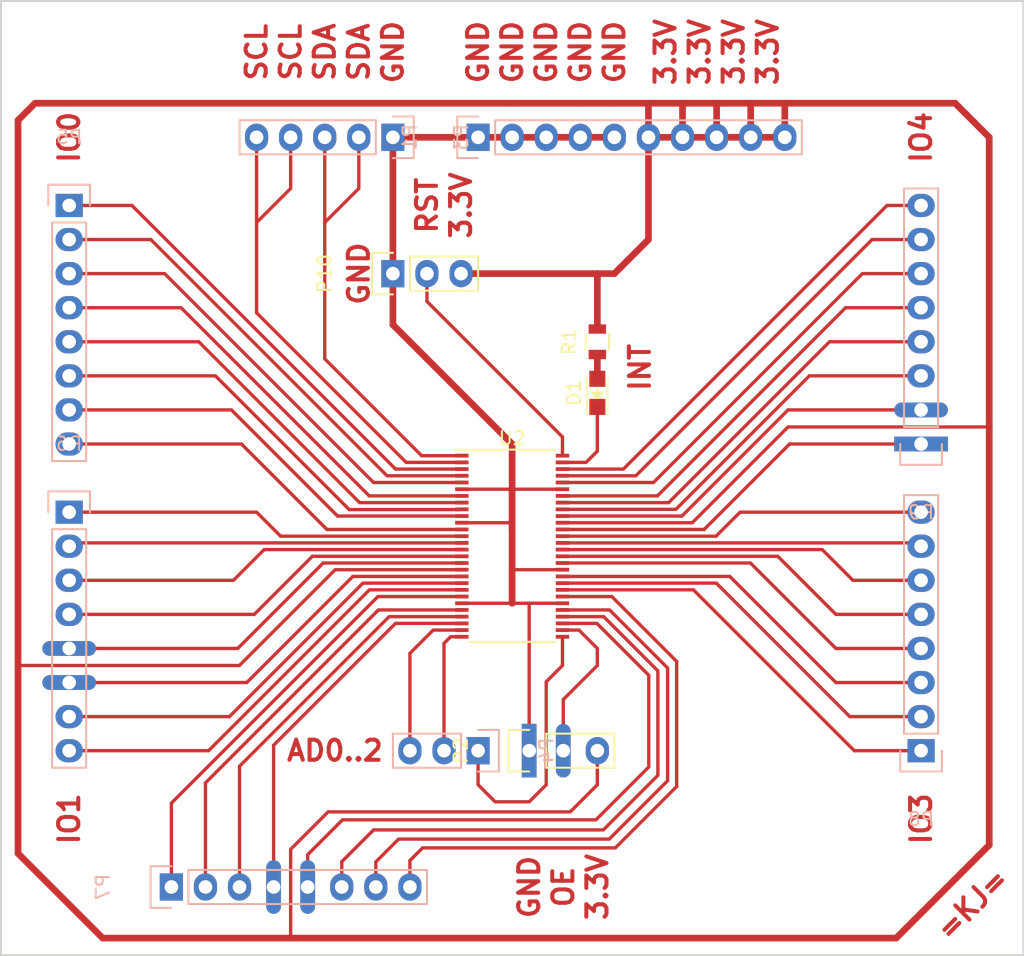
<source format=kicad_pcb>
(kicad_pcb (version 20221018) (generator pcbnew)
  (layers (0 "F.Cu" signal) (1 "In1.Cu" signal) (2 "In2.Cu" signal) (31 "B.Cu" signal) (34 "B.Paste" user) (35 "F.Paste" user) (36 "B.SilkS" user "B.Silkscreen") (37 "F.SilkS" user "F.Silkscreen") (38 "B.Mask" user) (39 "F.Mask" user) (44 "Edge.Cuts" user))
  (net 0 "")
  (net 1 "GND")
  (net 2 "+3V3")
  (net 3 "Net-(D1-Pad2)")
  (net 4 "/INT")
  (net 5 "/OE")
  (net 6 "/Reset")
  (net 7 "/SDA")
  (net 8 "/SCL")
  (net 9 "Net-(P4-Pad1)")
  (net 10 "Net-(P4-Pad2)")
  (net 11 "Net-(P4-Pad3)")
  (net 12 "Net-(P5-Pad1)")
  (net 13 "Net-(P5-Pad2)")
  (net 14 "Net-(P5-Pad3)")
  (net 15 "Net-(P5-Pad4)")
  (net 16 "Net-(P5-Pad5)")
  (net 17 "Net-(P5-Pad6)")
  (net 18 "Net-(P5-Pad7)")
  (net 19 "Net-(P5-Pad8)")
  (net 20 "Net-(P6-Pad1)")
  (net 21 "Net-(P6-Pad2)")
  (net 22 "Net-(P6-Pad3)")
  (net 23 "Net-(P6-Pad4)")
  (net 24 "Net-(P6-Pad5)")
  (net 25 "Net-(P6-Pad6)")
  (net 26 "Net-(P6-Pad7)")
  (net 27 "Net-(P6-Pad8)")
  (net 28 "Net-(P7-Pad1)")
  (net 29 "Net-(P7-Pad2)")
  (net 30 "Net-(P7-Pad3)")
  (net 31 "Net-(P7-Pad4)")
  (net 32 "Net-(P7-Pad5)")
  (net 33 "Net-(P7-Pad6)")
  (net 34 "Net-(P7-Pad7)")
  (net 35 "Net-(P7-Pad8)")
  (net 36 "Net-(P8-Pad1)")
  (net 37 "Net-(P8-Pad2)")
  (net 38 "Net-(P8-Pad3)")
  (net 39 "Net-(P8-Pad4)")
  (net 40 "Net-(P8-Pad5)")
  (net 41 "Net-(P8-Pad6)")
  (net 42 "Net-(P8-Pad7)")
  (net 43 "Net-(P8-Pad8)")
  (net 44 "Net-(P9-Pad1)")
  (net 45 "Net-(P9-Pad2)")
  (net 46 "Net-(P9-Pad3)")
  (net 47 "Net-(P9-Pad4)")
  (net 48 "Net-(P9-Pad5)")
  (net 49 "Net-(P9-Pad6)")
  (net 50 "Net-(P9-Pad7)")
  (net 51 "Net-(P9-Pad8)")
  (footprint "LEDs:LED_0805" (layer "F.Cu") (at 176.53 62.23 90)
    (fp_text reference "D1" (at 0 -1.75 90) (layer "F.SilkS"))
    (fp_text value "LED")
    (pad "1" smd rect (at -1.04902 0 270) (size 1.19888 1.19888) (layers "F.Cu" "F.Paste" "F.Mask") (net 4 "/INT"))
    (pad "2" smd rect (at 1.04902 0 270) (size 1.19888 1.19888) (layers "F.Cu" "F.Paste" "F.Mask") (net 3 "Net-(D1-Pad2)"))
  )
  (footprint "Resistors_SMD:R_0805" (layer "F.Cu") (at 176.53 58.42 90)
    (fp_text reference "R1" (at 0 -2.1 90) (layer "F.SilkS"))
    (fp_text value "R")
    (pad "1" smd rect (at -0.95 0 90) (size 0.7 1.3) (layers "F.Cu" "F.Paste" "F.Mask") (net 3 "Net-(D1-Pad2)"))
    (pad "2" smd rect (at 0.95 0 90) (size 0.7 1.3) (layers "F.Cu" "F.Paste" "F.Mask") (net 2 "+3V3"))
  )
  (footprint "Housings_SSOP:TSSOP-56_6.1x14mm_Pitch0.5mm" (layer "F.Cu") (at 170.18 73.66)
    (fp_text reference "U2" (at 0 -8.05) (layer "F.SilkS"))
    (fp_text value "PCA9698")
    (pad "1" smd rect (at -3.75 -6.75) (size 1 0.285) (layers "F.Cu" "F.Paste" "F.Mask") (net 7 "/SDA"))
    (pad "2" smd rect (at -3.75 -6.25) (size 1 0.285) (layers "F.Cu" "F.Paste" "F.Mask") (net 8 "/SCL"))
    (pad "3" smd rect (at -3.75 -5.75) (size 1 0.285) (layers "F.Cu" "F.Paste" "F.Mask") (net 12 "Net-(P5-Pad1)"))
    (pad "4" smd rect (at -3.75 -5.25) (size 1 0.285) (layers "F.Cu" "F.Paste" "F.Mask") (net 13 "Net-(P5-Pad2)"))
    (pad "5" smd rect (at -3.75 -4.75) (size 1 0.285) (layers "F.Cu" "F.Paste" "F.Mask") (net 14 "Net-(P5-Pad3)"))
    (pad "6" smd rect (at -3.75 -4.25) (size 1 0.285) (layers "F.Cu" "F.Paste" "F.Mask") (net 1 "GND"))
    (pad "7" smd rect (at -3.75 -3.75) (size 1 0.285) (layers "F.Cu" "F.Paste" "F.Mask") (net 15 "Net-(P5-Pad4)"))
    (pad "8" smd rect (at -3.75 -3.25) (size 1 0.285) (layers "F.Cu" "F.Paste" "F.Mask") (net 16 "Net-(P5-Pad5)"))
    (pad "9" smd rect (at -3.75 -2.75) (size 1 0.285) (layers "F.Cu" "F.Paste" "F.Mask") (net 17 "Net-(P5-Pad6)"))
    (pad "10" smd rect (at -3.75 -2.25) (size 1 0.285) (layers "F.Cu" "F.Paste" "F.Mask") (net 18 "Net-(P5-Pad7)"))
    (pad "11" smd rect (at -3.75 -1.75) (size 1 0.285) (layers "F.Cu" "F.Paste" "F.Mask") (net 1 "GND"))
    (pad "12" smd rect (at -3.75 -1.25) (size 1 0.285) (layers "F.Cu" "F.Paste" "F.Mask") (net 19 "Net-(P5-Pad8)"))
    (pad "13" smd rect (at -3.75 -0.75) (size 1 0.285) (layers "F.Cu" "F.Paste" "F.Mask") (net 20 "Net-(P6-Pad1)"))
    (pad "14" smd rect (at -3.75 -0.25) (size 1 0.285) (layers "F.Cu" "F.Paste" "F.Mask") (net 21 "Net-(P6-Pad2)"))
    (pad "15" smd rect (at -3.75 0.25) (size 1 0.285) (layers "F.Cu" "F.Paste" "F.Mask") (net 22 "Net-(P6-Pad3)"))
    (pad "16" smd rect (at -3.75 0.75) (size 1 0.285) (layers "F.Cu" "F.Paste" "F.Mask") (net 23 "Net-(P6-Pad4)"))
    (pad "17" smd rect (at -3.75 1.25) (size 1 0.285) (layers "F.Cu" "F.Paste" "F.Mask") (net 24 "Net-(P6-Pad5)"))
    (pad "18" smd rect (at -3.75 1.75) (size 1 0.285) (layers "F.Cu" "F.Paste" "F.Mask") (net 2 "+3V3"))
    (pad "19" smd rect (at -3.75 2.25) (size 1 0.285) (layers "F.Cu" "F.Paste" "F.Mask") (net 25 "Net-(P6-Pad6)"))
    (pad "20" smd rect (at -3.75 2.75) (size 1 0.285) (layers "F.Cu" "F.Paste" "F.Mask") (net 26 "Net-(P6-Pad7)"))
    (pad "21" smd rect (at -3.75 3.25) (size 1 0.285) (layers "F.Cu" "F.Paste" "F.Mask") (net 27 "Net-(P6-Pad8)"))
    (pad "22" smd rect (at -3.75 3.75) (size 1 0.285) (layers "F.Cu" "F.Paste" "F.Mask") (net 28 "Net-(P7-Pad1)"))
    (pad "23" smd rect (at -3.75 4.25) (size 1 0.285) (layers "F.Cu" "F.Paste" "F.Mask") (net 1 "GND"))
    (pad "24" smd rect (at -3.75 4.75) (size 1 0.285) (layers "F.Cu" "F.Paste" "F.Mask") (net 29 "Net-(P7-Pad2)"))
    (pad "25" smd rect (at -3.75 5.25) (size 1 0.285) (layers "F.Cu" "F.Paste" "F.Mask") (net 30 "Net-(P7-Pad3)"))
    (pad "26" smd rect (at -3.75 5.75) (size 1 0.285) (layers "F.Cu" "F.Paste" "F.Mask") (net 31 "Net-(P7-Pad4)"))
    (pad "27" smd rect (at -3.75 6.25) (size 1 0.285) (layers "F.Cu" "F.Paste" "F.Mask") (net 11 "Net-(P4-Pad3)"))
    (pad "28" smd rect (at -3.75 6.75) (size 1 0.285) (layers "F.Cu" "F.Paste" "F.Mask") (net 10 "Net-(P4-Pad2)"))
    (pad "29" smd rect (at 3.75 6.75) (size 1 0.285) (layers "F.Cu" "F.Paste" "F.Mask") (net 9 "Net-(P4-Pad1)"))
    (pad "30" smd rect (at 3.75 6.25) (size 1 0.285) (layers "F.Cu" "F.Paste" "F.Mask") (net 5 "/OE"))
    (pad "31" smd rect (at 3.75 5.75) (size 1 0.285) (layers "F.Cu" "F.Paste" "F.Mask") (net 32 "Net-(P7-Pad5)"))
    (pad "32" smd rect (at 3.75 5.25) (size 1 0.285) (layers "F.Cu" "F.Paste" "F.Mask") (net 33 "Net-(P7-Pad6)"))
    (pad "33" smd rect (at 3.75 4.75) (size 1 0.285) (layers "F.Cu" "F.Paste" "F.Mask") (net 34 "Net-(P7-Pad7)"))
    (pad "34" smd rect (at 3.75 4.25) (size 1 0.285) (layers "F.Cu" "F.Paste" "F.Mask") (net 1 "GND"))
    (pad "35" smd rect (at 3.75 3.75) (size 1 0.285) (layers "F.Cu" "F.Paste" "F.Mask") (net 35 "Net-(P7-Pad8)"))
    (pad "36" smd rect (at 3.75 3.25) (size 1 0.285) (layers "F.Cu" "F.Paste" "F.Mask") (net 36 "Net-(P8-Pad1)"))
    (pad "37" smd rect (at 3.75 2.75) (size 1 0.285) (layers "F.Cu" "F.Paste" "F.Mask") (net 37 "Net-(P8-Pad2)"))
    (pad "38" smd rect (at 3.75 2.25) (size 1 0.285) (layers "F.Cu" "F.Paste" "F.Mask") (net 38 "Net-(P8-Pad3)"))
    (pad "39" smd rect (at 3.75 1.75) (size 1 0.285) (layers "F.Cu" "F.Paste" "F.Mask") (net 1 "GND"))
    (pad "40" smd rect (at 3.75 1.25) (size 1 0.285) (layers "F.Cu" "F.Paste" "F.Mask") (net 39 "Net-(P8-Pad4)"))
    (pad "41" smd rect (at 3.75 0.75) (size 1 0.285) (layers "F.Cu" "F.Paste" "F.Mask") (net 40 "Net-(P8-Pad5)"))
    (pad "42" smd rect (at 3.75 0.25) (size 1 0.285) (layers "F.Cu" "F.Paste" "F.Mask") (net 41 "Net-(P8-Pad6)"))
    (pad "43" smd rect (at 3.75 -0.25) (size 1 0.285) (layers "F.Cu" "F.Paste" "F.Mask") (net 42 "Net-(P8-Pad7)"))
    (pad "44" smd rect (at 3.75 -0.75) (size 1 0.285) (layers "F.Cu" "F.Paste" "F.Mask") (net 43 "Net-(P8-Pad8)"))
    (pad "45" smd rect (at 3.75 -1.25) (size 1 0.285) (layers "F.Cu" "F.Paste" "F.Mask") (net 44 "Net-(P9-Pad1)"))
    (pad "46" smd rect (at 3.75 -1.75) (size 1 0.285) (layers "F.Cu" "F.Paste" "F.Mask") (net 2 "+3V3"))
    (pad "47" smd rect (at 3.75 -2.25) (size 1 0.285) (layers "F.Cu" "F.Paste" "F.Mask") (net 45 "Net-(P9-Pad2)"))
    (pad "48" smd rect (at 3.75 -2.75) (size 1 0.285) (layers "F.Cu" "F.Paste" "F.Mask") (net 46 "Net-(P9-Pad3)"))
    (pad "49" smd rect (at 3.75 -3.25) (size 1 0.285) (layers "F.Cu" "F.Paste" "F.Mask") (net 47 "Net-(P9-Pad4)"))
    (pad "50" smd rect (at 3.75 -3.75) (size 1 0.285) (layers "F.Cu" "F.Paste" "F.Mask") (net 48 "Net-(P9-Pad5)"))
    (pad "51" smd rect (at 3.75 -4.25) (size 1 0.285) (layers "F.Cu" "F.Paste" "F.Mask") (net 1 "GND"))
    (pad "52" smd rect (at 3.75 -4.75) (size 1 0.285) (layers "F.Cu" "F.Paste" "F.Mask") (net 49 "Net-(P9-Pad6)"))
    (pad "53" smd rect (at 3.75 -5.25) (size 1 0.285) (layers "F.Cu" "F.Paste" "F.Mask") (net 50 "Net-(P9-Pad7)"))
    (pad "54" smd rect (at 3.75 -5.75) (size 1 0.285) (layers "F.Cu" "F.Paste" "F.Mask") (net 51 "Net-(P9-Pad8)"))
    (pad "55" smd rect (at 3.75 -6.25) (size 1 0.285) (layers "F.Cu" "F.Paste" "F.Mask") (net 4 "/INT"))
    (pad "56" smd rect (at 3.75 -6.75) (size 1 0.285) (layers "F.Cu" "F.Paste" "F.Mask") (net 6 "/Reset"))
  )
  (footprint "Pin_Headers:Pin_Header_Straight_1x03" (layer "F.Cu") (at 171.45 88.9 90)
    (fp_text reference "P2" (at 0 -5.1 90) (layer "F.SilkS"))
    (fp_text value "CONN_01X03")
    (pad "1" thru_hole rect (at 0 0 90) (size 4 1.1) (drill 1.016) (layers "*.Cu" "*.Mask") (net 1 "GND"))
    (pad "2" thru_hole oval (at 0 2.54 90) (size 4 1.1) (drill 1.016) (layers "*.Cu" "*.Mask") (net 5 "/OE"))
    (pad "3" thru_hole oval (at 0 5.08 90) (size 2.032 1.7272) (drill 1.016) (layers "*.Cu" "*.Mask") (net 2 "+3V3"))
  )
  (footprint "Pin_Headers:Pin_Header_Straight_1x03" (layer "F.Cu") (at 161.29 53.34 90)
    (fp_text reference "P10" (at 0 -5.1 90) (layer "F.SilkS"))
    (fp_text value "CONN_01X03")
    (pad "1" thru_hole rect (at 0 0 90) (size 2.032 1.7272) (drill 1.016) (layers "*.Cu" "*.Mask") (net 1 "GND"))
    (pad "2" thru_hole oval (at 0 2.54 90) (size 2.032 1.7272) (drill 1.016) (layers "*.Cu" "*.Mask") (net 6 "/Reset"))
    (pad "3" thru_hole oval (at 0 5.08 90) (size 2.032 1.7272) (drill 1.016) (layers "*.Cu" "*.Mask") (net 2 "+3V3"))
  )
  (footprint "Pin_Headers:Pin_Header_Straight_1x10" (layer "B.Cu") (at 167.64 43.18 -90)
    (fp_text reference "P1" (at 0 5.1 270) (layer "B.SilkS") (effects (justify mirror)))
    (fp_text value "Power connector")
    (pad "1" thru_hole rect (at 0 0 270) (size 2.032 1.7272) (drill 1.016) (layers "*.Cu" "*.Mask") (net 1 "GND"))
    (pad "2" thru_hole oval (at 0 -2.54 270) (size 2.032 1.7272) (drill 1.016) (layers "*.Cu" "*.Mask") (net 1 "GND"))
    (pad "3" thru_hole oval (at 0 -5.08 270) (size 2.032 1.7272) (drill 1.016) (layers "*.Cu" "*.Mask") (net 1 "GND"))
    (pad "4" thru_hole oval (at 0 -7.62 270) (size 2.032 1.7272) (drill 1.016) (layers "*.Cu" "*.Mask") (net 1 "GND"))
    (pad "5" thru_hole oval (at 0 -10.16 270) (size 2.032 1.7272) (drill 1.016) (layers "*.Cu" "*.Mask") (net 1 "GND"))
    (pad "6" thru_hole oval (at 0 -12.7 270) (size 2.032 1.7272) (drill 1.016) (layers "*.Cu" "*.Mask") (net 2 "+3V3"))
    (pad "7" thru_hole oval (at 0 -15.24 270) (size 2.032 1.7272) (drill 1.016) (layers "*.Cu" "*.Mask") (net 2 "+3V3"))
    (pad "8" thru_hole oval (at 0 -17.78 270) (size 2.032 1.7272) (drill 1.016) (layers "*.Cu" "*.Mask") (net 2 "+3V3"))
    (pad "9" thru_hole oval (at 0 -20.32 270) (size 2.032 1.7272) (drill 1.016) (layers "*.Cu" "*.Mask") (net 2 "+3V3"))
    (pad "10" thru_hole oval (at 0 -22.86 270) (size 2.032 1.7272) (drill 1.016) (layers "*.Cu" "*.Mask") (net 2 "+3V3"))
  )
  (footprint "Pin_Headers:Pin_Header_Straight_1x05" (layer "B.Cu") (at 161.29 43.18 90)
    (fp_text reference "P3" (at 0 5.1 90) (layer "B.SilkS") (effects (justify mirror)))
    (fp_text value "I2C connector")
    (pad "1" thru_hole rect (at 0 0 90) (size 2.032 1.7272) (drill 1.016) (layers "*.Cu" "*.Mask") (net 1 "GND"))
    (pad "2" thru_hole oval (at 0 -2.54 90) (size 2.032 1.7272) (drill 1.016) (layers "*.Cu" "*.Mask") (net 7 "/SDA"))
    (pad "3" thru_hole oval (at 0 -5.08 90) (size 2.032 1.7272) (drill 1.016) (layers "*.Cu" "*.Mask") (net 7 "/SDA"))
    (pad "4" thru_hole oval (at 0 -7.62 90) (size 2.032 1.7272) (drill 1.016) (layers "*.Cu" "*.Mask") (net 8 "/SCL"))
    (pad "5" thru_hole oval (at 0 -10.16 90) (size 2.032 1.7272) (drill 1.016) (layers "*.Cu" "*.Mask") (net 8 "/SCL"))
  )
  (footprint "Pin_Headers:Pin_Header_Straight_1x03" (layer "B.Cu") (at 167.64 88.9 90)
    (fp_text reference "P4" (at 0 5.1 90) (layer "B.SilkS") (effects (justify mirror)))
    (fp_text value "CONN_01X03")
    (pad "1" thru_hole rect (at 0 0 90) (size 2.032 1.7272) (drill 1.016) (layers "*.Cu" "*.Mask") (net 9 "Net-(P4-Pad1)"))
    (pad "2" thru_hole oval (at 0 -2.54 90) (size 2.032 1.7272) (drill 1.016) (layers "*.Cu" "*.Mask") (net 10 "Net-(P4-Pad2)"))
    (pad "3" thru_hole oval (at 0 -5.08 90) (size 2.032 1.7272) (drill 1.016) (layers "*.Cu" "*.Mask") (net 11 "Net-(P4-Pad3)"))
  )
  (footprint "Pin_Headers:Pin_Header_Straight_1x08" (layer "B.Cu") (at 137.16 48.26 180)
    (fp_text reference "P5" (at 0 5.1 180) (layer "B.SilkS") (effects (justify mirror)))
    (fp_text value "GPIO 0")
    (pad "1" thru_hole rect (at 0 0 180) (size 2.032 1.7272) (drill 1.016) (layers "*.Cu" "*.Mask") (net 12 "Net-(P5-Pad1)"))
    (pad "2" thru_hole oval (at 0 -2.54 180) (size 2.032 1.7272) (drill 1.016) (layers "*.Cu" "*.Mask") (net 13 "Net-(P5-Pad2)"))
    (pad "3" thru_hole oval (at 0 -5.08 180) (size 2.032 1.7272) (drill 1.016) (layers "*.Cu" "*.Mask") (net 14 "Net-(P5-Pad3)"))
    (pad "4" thru_hole oval (at 0 -7.62 180) (size 2.032 1.7272) (drill 1.016) (layers "*.Cu" "*.Mask") (net 15 "Net-(P5-Pad4)"))
    (pad "5" thru_hole oval (at 0 -10.16 180) (size 2.032 1.7272) (drill 1.016) (layers "*.Cu" "*.Mask") (net 16 "Net-(P5-Pad5)"))
    (pad "6" thru_hole oval (at 0 -12.7 180) (size 2.032 1.7272) (drill 1.016) (layers "*.Cu" "*.Mask") (net 17 "Net-(P5-Pad6)"))
    (pad "7" thru_hole oval (at 0 -15.24 180) (size 2.032 1.7272) (drill 1.016) (layers "*.Cu" "*.Mask") (net 18 "Net-(P5-Pad7)"))
    (pad "8" thru_hole oval (at 0 -17.78 180) (size 2.032 1.7272) (drill 1.016) (layers "*.Cu" "*.Mask") (net 19 "Net-(P5-Pad8)"))
  )
  (footprint "Pin_Headers:Pin_Header_Straight_1x08" (layer "B.Cu") (at 137.16 71.12 180)
    (fp_text reference "P6" (at 0 5.1 180) (layer "B.SilkS") (effects (justify mirror)))
    (fp_text value "GPIO 1")
    (pad "1" thru_hole rect (at 0 0 180) (size 2.032 1.7272) (drill 1.016) (layers "*.Cu" "*.Mask") (net 20 "Net-(P6-Pad1)"))
    (pad "2" thru_hole oval (at 0 -2.54 180) (size 2.032 1.7272) (drill 1.016) (layers "*.Cu" "*.Mask") (net 21 "Net-(P6-Pad2)"))
    (pad "3" thru_hole oval (at 0 -5.08 180) (size 2.032 1.7272) (drill 1.016) (layers "*.Cu" "*.Mask") (net 22 "Net-(P6-Pad3)"))
    (pad "4" thru_hole oval (at 0 -7.62 180) (size 2.032 1.7272) (drill 1.016) (layers "*.Cu" "*.Mask") (net 23 "Net-(P6-Pad4)"))
    (pad "5" thru_hole oval (at 0 -10.16 180) (size 4 1.1) (drill 1.016) (layers "*.Cu" "*.Mask") (net 24 "Net-(P6-Pad5)"))
    (pad "6" thru_hole oval (at 0 -12.7 180) (size 4 1.1) (drill 1.016) (layers "*.Cu" "*.Mask") (net 25 "Net-(P6-Pad6)"))
    (pad "7" thru_hole oval (at 0 -15.24 180) (size 2.032 1.7272) (drill 1.016) (layers "*.Cu" "*.Mask") (net 26 "Net-(P6-Pad7)"))
    (pad "8" thru_hole oval (at 0 -17.78 180) (size 2.032 1.7272) (drill 1.016) (layers "*.Cu" "*.Mask") (net 27 "Net-(P6-Pad8)"))
  )
  (footprint "Pin_Headers:Pin_Header_Straight_1x08" (layer "B.Cu") (at 144.78 99.06 -90)
    (fp_text reference "P7" (at 0 5.1 270) (layer "B.SilkS") (effects (justify mirror)))
    (fp_text value "GPIO 2")
    (pad "1" thru_hole rect (at 0 0 270) (size 2.032 1.7272) (drill 1.016) (layers "*.Cu" "*.Mask") (net 28 "Net-(P7-Pad1)"))
    (pad "2" thru_hole oval (at 0 -2.54 270) (size 2.032 1.7272) (drill 1.016) (layers "*.Cu" "*.Mask") (net 29 "Net-(P7-Pad2)"))
    (pad "3" thru_hole oval (at 0 -5.08 270) (size 2.032 1.7272) (drill 1.016) (layers "*.Cu" "*.Mask") (net 30 "Net-(P7-Pad3)"))
    (pad "4" thru_hole oval (at 0 -7.62 270) (size 4 1.1) (drill 1.016) (layers "*.Cu" "*.Mask") (net 31 "Net-(P7-Pad4)"))
    (pad "5" thru_hole oval (at 0 -10.16 270) (size 4 1.1) (drill 1.016) (layers "*.Cu" "*.Mask") (net 32 "Net-(P7-Pad5)"))
    (pad "6" thru_hole oval (at 0 -12.7 270) (size 2.032 1.7272) (drill 1.016) (layers "*.Cu" "*.Mask") (net 33 "Net-(P7-Pad6)"))
    (pad "7" thru_hole oval (at 0 -15.24 270) (size 2.032 1.7272) (drill 1.016) (layers "*.Cu" "*.Mask") (net 34 "Net-(P7-Pad7)"))
    (pad "8" thru_hole oval (at 0 -17.78 270) (size 2.032 1.7272) (drill 1.016) (layers "*.Cu" "*.Mask") (net 35 "Net-(P7-Pad8)"))
  )
  (footprint "Pin_Headers:Pin_Header_Straight_1x08" (layer "B.Cu") (at 200.66 88.9)
    (fp_text reference "P8" (at 0 5.1) (layer "B.SilkS") (effects (justify mirror)))
    (fp_text value "GPIO 3")
    (pad "1" thru_hole rect (at 0 0) (size 2.032 1.7272) (drill 1.016) (layers "*.Cu" "*.Mask") (net 36 "Net-(P8-Pad1)"))
    (pad "2" thru_hole oval (at 0 -2.54) (size 2.032 1.7272) (drill 1.016) (layers "*.Cu" "*.Mask") (net 37 "Net-(P8-Pad2)"))
    (pad "3" thru_hole oval (at 0 -5.08) (size 2.032 1.7272) (drill 1.016) (layers "*.Cu" "*.Mask") (net 38 "Net-(P8-Pad3)"))
    (pad "4" thru_hole oval (at 0 -7.62) (size 2.032 1.7272) (drill 1.016) (layers "*.Cu" "*.Mask") (net 39 "Net-(P8-Pad4)"))
    (pad "5" thru_hole oval (at 0 -10.16) (size 2.032 1.7272) (drill 1.016) (layers "*.Cu" "*.Mask") (net 40 "Net-(P8-Pad5)"))
    (pad "6" thru_hole oval (at 0 -12.7) (size 2.032 1.7272) (drill 1.016) (layers "*.Cu" "*.Mask") (net 41 "Net-(P8-Pad6)"))
    (pad "7" thru_hole oval (at 0 -15.24) (size 2.032 1.7272) (drill 1.016) (layers "*.Cu" "*.Mask") (net 42 "Net-(P8-Pad7)"))
    (pad "8" thru_hole oval (at 0 -17.78) (size 2.032 1.7272) (drill 1.016) (layers "*.Cu" "*.Mask") (net 43 "Net-(P8-Pad8)"))
  )
  (footprint "Pin_Headers:Pin_Header_Straight_1x08" (layer "B.Cu") (at 200.66 66.04)
    (fp_text reference "P9" (at 0 5.1) (layer "B.SilkS") (effects (justify mirror)))
    (fp_text value "GPIO 4")
    (pad "1" thru_hole rect (at 0 0) (size 4 1.1) (drill 1.016) (layers "*.Cu" "*.Mask") (net 44 "Net-(P9-Pad1)"))
    (pad "2" thru_hole oval (at 0 -2.54) (size 4 1.1) (drill 1.016) (layers "*.Cu" "*.Mask") (net 45 "Net-(P9-Pad2)"))
    (pad "3" thru_hole oval (at 0 -5.08) (size 2.032 1.7272) (drill 1.016) (layers "*.Cu" "*.Mask") (net 46 "Net-(P9-Pad3)"))
    (pad "4" thru_hole oval (at 0 -7.62) (size 2.032 1.7272) (drill 1.016) (layers "*.Cu" "*.Mask") (net 47 "Net-(P9-Pad4)"))
    (pad "5" thru_hole oval (at 0 -10.16) (size 2.032 1.7272) (drill 1.016) (layers "*.Cu" "*.Mask") (net 48 "Net-(P9-Pad5)"))
    (pad "6" thru_hole oval (at 0 -12.7) (size 2.032 1.7272) (drill 1.016) (layers "*.Cu" "*.Mask") (net 49 "Net-(P9-Pad6)"))
    (pad "7" thru_hole oval (at 0 -15.24) (size 2.032 1.7272) (drill 1.016) (layers "*.Cu" "*.Mask") (net 50 "Net-(P9-Pad7)"))
    (pad "8" thru_hole oval (at 0 -17.78) (size 2.032 1.7272) (drill 1.016) (layers "*.Cu" "*.Mask") (net 51 "Net-(P9-Pad8)"))
  )
  (gr_line (start 132.08 33.02) (end 208.28 33.02) (stroke (width 0.15)) (layer "Edge.Cuts"))
  (gr_line (start 132.08 104.14) (end 132.08 33.02) (stroke (width 0.15)) (layer "Edge.Cuts"))
  (gr_line (start 208.28 104.14) (end 132.08 104.14) (stroke (width 0.15)) (layer "Edge.Cuts"))
  (gr_line (start 208.28 33.02) (end 208.28 104.14) (stroke (width 0.15)) (layer "Edge.Cuts"))
  (gr_text "GND" (at 170.18 36.83 90) (layer "F.Cu") (effects (font (size 1.5 1.5) (thickness 0.3))))
  (gr_text "GND" (at 172.72 36.83 90) (layer "F.Cu") (effects (font (size 1.5 1.5) (thickness 0.3))))
  (gr_text "GND" (at 175.26 36.83 90) (layer "F.Cu") (effects (font (size 1.5 1.5) (thickness 0.3))))
  (gr_text "GND" (at 177.8 36.83 90) (layer "F.Cu") (effects (font (size 1.5 1.5) (thickness 0.3))))
  (gr_text "3.3V" (at 181.61 36.83 90) (layer "F.Cu") (effects (font (size 1.5 1.5) (thickness 0.3))))
  (gr_text "3.3V" (at 184.15 36.83 90) (layer "F.Cu") (effects (font (size 1.5 1.5) (thickness 0.3))))
  (gr_text "3.3V" (at 186.69 36.83 90) (layer "F.Cu") (effects (font (size 1.5 1.5) (thickness 0.3))))
  (gr_text "3.3V" (at 189.23 36.83 90) (layer "F.Cu") (effects (font (size 1.5 1.5) (thickness 0.3))))
  (gr_text "SDA" (at 158.75 36.83 90) (layer "F.Cu") (effects (font (size 1.5 1.5) (thickness 0.3))))
  (gr_text "SDA" (at 156.21 36.83 90) (layer "F.Cu") (effects (font (size 1.5 1.5) (thickness 0.3))))
  (gr_text "SCL" (at 153.67 36.83 90) (layer "F.Cu") (effects (font (size 1.5 1.5) (thickness 0.3))))
  (gr_text "SCL" (at 151.13 36.83 90) (layer "F.Cu") (effects (font (size 1.5 1.5) (thickness 0.3))))
  (gr_text "GND" (at 161.29 36.83 90) (layer "F.Cu") (effects (font (size 1.5 1.5) (thickness 0.3))))
  (gr_text "3.3V" (at 176.53 99.06 90) (layer "F.Cu") (effects (font (size 1.5 1.5) (thickness 0.3))))
  (gr_text "OE" (at 173.99 99.06 90) (layer "F.Cu") (effects (font (size 1.5 1.5) (thickness 0.3))))
  (gr_text "GND" (at 171.45 99.06 90) (layer "F.Cu") (effects (font (size 1.5 1.5) (thickness 0.3))))
  (gr_text "AD0..2" (at 156.972 88.9) (layer "F.Cu") (effects (font (size 1.5 1.5) (thickness 0.3))))
  (gr_text "IO0" (at 137.16 43.18 90) (layer "F.Cu") (effects (font (size 1.5 1.5) (thickness 0.3))))
  (gr_text "IO4" (at 200.66 43.18 90) (layer "F.Cu") (effects (font (size 1.5 1.5) (thickness 0.3))))
  (gr_text "IO3" (at 200.66 93.98 90) (layer "F.Cu") (effects (font (size 1.5 1.5) (thickness 0.3))))
  (gr_text "INT" (at 179.705 60.325 90) (layer "F.Cu") (effects (font (size 1.5 1.5) (thickness 0.3))))
  (gr_text "=KJ=" (at 204.47 100.33 45) (layer "F.Cu") (effects (font (size 1.5 1.5) (thickness 0.3))))
  (gr_text "RST" (at 163.83 48.26 90) (layer "F.Cu") (effects (font (size 1.5 1.5) (thickness 0.3))))
  (gr_text "3.3V" (at 166.37 48.26 90) (layer "F.Cu") (effects (font (size 1.5 1.5) (thickness 0.3))))
  (gr_text "GND" (at 158.75 53.34 90) (layer "F.Cu") (effects (font (size 1.5 1.5) (thickness 0.3))))
  (gr_text "GND" (at 167.64 36.83 90) (layer "F.Cu") (effects (font (size 1.5 1.5) (thickness 0.3))))
  (gr_text "IO1" (at 137.16 93.98 90) (layer "F.Cu") (effects (font (size 1.5 1.5) (thickness 0.3))))
  (segment (start 167.18 69.41) (end 170.18 69.41) (width 0.25) (layer "F.Cu") (net 1))
  (segment (start 161.29 53.34) (end 161.29 57.15) (width 0.5) (layer "F.Cu") (net 1))
  (segment (start 170.18 66.04) (end 170.18 72.39) (width 0.5) (layer "F.Cu") (net 1))
  (segment (start 173.18 77.91) (end 171.45 77.91) (width 0.25) (layer "F.Cu") (net 1))
  (segment (start 170.18 77.91) (end 170.18 75.41) (width 0.5) (layer "F.Cu") (net 1))
  (segment (start 167.64 43.18) (end 170.18 43.18) (width 0.5) (layer "F.Cu") (net 1))
  (segment (start 166.43 71.91) (end 170.18 71.91) (width 0.25) (layer "F.Cu") (net 1))
  (segment (start 170.18 72.39) (end 170.18 71.91) (width 0.5) (layer "F.Cu") (net 1))
  (segment (start 173.93 77.91) (end 173.18 77.91) (width 0.25) (layer "F.Cu") (net 1))
  (segment (start 173.18 69.41) (end 173.93 69.41) (width 0.25) (layer "F.Cu") (net 1))
  (segment (start 166.43 69.41) (end 167.18 69.41) (width 0.25) (layer "F.Cu") (net 1))
  (segment (start 172.72 43.18) (end 175.26 43.18) (width 0.5) (layer "F.Cu") (net 1))
  (segment (start 173.93 75.41) (end 170.18 75.41) (width 0.25) (layer "F.Cu") (net 1))
  (segment (start 167.64 43.18) (end 161.29 43.18) (width 0.5) (layer "F.Cu") (net 1))
  (segment (start 170.18 69.41) (end 173.18 69.41) (width 0.25) (layer "F.Cu") (net 1))
  (segment (start 170.18 71.91) (end 170.18 69.41) (width 0.5) (layer "F.Cu") (net 1))
  (segment (start 170.18 43.18) (end 172.72 43.18) (width 0.5) (layer "F.Cu") (net 1))
  (segment (start 171.45 88.9) (end 171.45 77.91) (width 0.25) (layer "F.Cu") (net 1))
  (segment (start 171.45 77.91) (end 170.18 77.91) (width 0.25) (layer "F.Cu") (net 1))
  (segment (start 161.29 57.15) (end 170.18 66.04) (width 0.5) (layer "F.Cu") (net 1))
  (segment (start 161.29 43.18) (end 161.29 53.34) (width 0.5) (layer "F.Cu") (net 1))
  (segment (start 177.8 43.18) (end 175.26 43.18) (width 0.5) (layer "F.Cu") (net 1))
  (segment (start 170.18 72.39) (end 170.18 77.91) (width 0.5) (layer "F.Cu") (net 1))
  (segment (start 170.18 77.91) (end 166.43 77.91) (width 0.25) (layer "F.Cu") (net 1))
  (segment (start 166.37 53.34) (end 176.53 53.34) (width 0.5) (layer "F.Cu") (net 2))
  (segment (start 190.5 43.18) (end 190.5 40.64) (width 0.5) (layer "F.Cu") (net 2))
  (segment (start 153.67 102.87) (end 198.803157 102.87) (width 0.5) (layer "F.Cu") (net 2))
  (segment (start 187.96 40.64) (end 185.42 40.64) (width 0.5) (layer "F.Cu") (net 2))
  (segment (start 156.460748 93.461283) (end 153.67 96.252031) (width 0.25) (layer "F.Cu") (net 2))
  (segment (start 149.849909 82.55) (end 133.35 82.55) (width 0.25) (layer "F.Cu") (net 2))
  (segment (start 177.8 40.64) (end 175.26 40.64) (width 0.5) (layer "F.Cu") (net 2))
  (segment (start 133.35 96.560601) (end 139.659399 102.87) (width 0.5) (layer "F.Cu") (net 2))
  (segment (start 134.62 40.64) (end 133.35 41.91) (width 0.5) (layer "F.Cu") (net 2))
  (segment (start 173.93 71.91) (end 183.606049 71.91) (width 0.25) (layer "F.Cu") (net 2))
  (segment (start 190.5 40.64) (end 187.96 40.64) (width 0.5) (layer "F.Cu") (net 2))
  (segment (start 176.53 57.47) (end 176.53 53.34) (width 0.5) (layer "F.Cu") (net 2))
  (segment (start 180.34 50.8) (end 180.34 43.18) (width 0.5) (layer "F.Cu") (net 2))
  (segment (start 166.43 75.41) (end 156.989909 75.41) (width 0.25) (layer "F.Cu") (net 2))
  (segment (start 187.96 43.18) (end 185.42 43.18) (width 0.5) (layer "F.Cu") (net 2))
  (segment (start 185.42 43.18) (end 185.42 40.64) (width 0.5) (layer "F.Cu") (net 2))
  (segment (start 185.42 40.64) (end 182.88 40.64) (width 0.5) (layer "F.Cu") (net 2))
  (segment (start 203.2 40.64) (end 190.5 40.64) (width 0.5) (layer "F.Cu") (net 2))
  (segment (start 170.18 40.64) (end 134.62 40.64) (width 0.5) (layer "F.Cu") (net 2))
  (segment (start 139.659399 102.87) (end 153.67 102.87) (width 0.5) (layer "F.Cu") (net 2))
  (segment (start 176.53 91.44) (end 174.508717 93.461283) (width 0.25) (layer "F.Cu") (net 2))
  (segment (start 182.88 43.18) (end 185.42 43.18) (width 0.5) (layer "F.Cu") (net 2))
  (segment (start 176.53 53.34) (end 177.8 53.34) (width 0.5) (layer "F.Cu") (net 2))
  (segment (start 183.606049 71.91) (end 190.746049 64.77) (width 0.25) (layer "F.Cu") (net 2))
  (segment (start 205.74 64.77) (end 205.74 43.18) (width 0.5) (layer "F.Cu") (net 2))
  (segment (start 187.96 43.18) (end 187.96 40.64) (width 0.5) (layer "F.Cu") (net 2))
  (segment (start 176.53 88.9) (end 176.53 91.44) (width 0.25) (layer "F.Cu") (net 2))
  (segment (start 177.8 53.34) (end 180.34 50.8) (width 0.5) (layer "F.Cu") (net 2))
  (segment (start 175.26 40.64) (end 170.18 40.64) (width 0.5) (layer "F.Cu") (net 2))
  (segment (start 180.34 43.18) (end 180.34 40.64) (width 0.5) (layer "F.Cu") (net 2))
  (segment (start 190.5 43.18) (end 187.96 43.18) (width 0.5) (layer "F.Cu") (net 2))
  (segment (start 182.88 40.64) (end 180.34 40.64) (width 0.5) (layer "F.Cu") (net 2))
  (segment (start 198.803157 102.87) (end 205.74 95.933157) (width 0.5) (layer "F.Cu") (net 2))
  (segment (start 182.88 43.18) (end 182.88 40.64) (width 0.5) (layer "F.Cu") (net 2))
  (segment (start 205.74 95.933157) (end 205.74 64.77) (width 0.5) (layer "F.Cu") (net 2))
  (segment (start 133.35 41.91) (end 133.35 82.55) (width 0.5) (layer "F.Cu") (net 2))
  (segment (start 153.67 96.252031) (end 153.67 102.87) (width 0.25) (layer "F.Cu") (net 2))
  (segment (start 133.35 82.55) (end 133.35 96.560601) (width 0.5) (layer "F.Cu") (net 2))
  (segment (start 174.508717 93.461283) (end 156.460748 93.461283) (width 0.25) (layer "F.Cu") (net 2))
  (segment (start 180.34 43.18) (end 182.88 43.18) (width 0.5) (layer "F.Cu") (net 2))
  (segment (start 205.74 43.18) (end 203.2 40.64) (width 0.5) (layer "F.Cu") (net 2))
  (segment (start 180.34 40.64) (end 177.8 40.64) (width 0.5) (layer "F.Cu") (net 2))
  (segment (start 190.746049 64.77) (end 205.74 64.77) (width 0.25) (layer "F.Cu") (net 2))
  (segment (start 156.989909 75.41) (end 149.849909 82.55) (width 0.25) (layer "F.Cu") (net 2))
  (segment (start 176.53 59.37) (end 176.53 61.18098) (width 0.5) (layer "F.Cu") (net 3))
  (segment (start 176.53 64.12846) (end 176.53 63.27902) (width 0.25) (layer "F.Cu") (net 4))
  (segment (start 176.53 66.569406) (end 176.53 64.12846) (width 0.25) (layer "F.Cu") (net 4))
  (segment (start 173.93 67.41) (end 175.689406 67.41) (width 0.25) (layer "F.Cu") (net 4))
  (segment (start 175.689406 67.41) (end 176.53 66.569406) (width 0.25) (layer "F.Cu") (net 4))
  (segment (start 176.53 81.28) (end 176.53 82.55) (width 0.25) (layer "F.Cu") (net 5))
  (segment (start 176.53 82.55) (end 173.99 85.09) (width 0.25) (layer "F.Cu") (net 5))
  (segment (start 173.93 79.91) (end 175.16 79.91) (width 0.25) (layer "F.Cu") (net 5))
  (segment (start 173.99 85.09) (end 173.99 88.9) (width 0.25) (layer "F.Cu") (net 5))
  (segment (start 175.16 79.91) (end 176.53 81.28) (width 0.25) (layer "F.Cu") (net 5))
  (segment (start 173.93 65.511542) (end 173.93 66.91) (width 0.25) (layer "F.Cu") (net 6))
  (segment (start 163.83 55.411542) (end 173.93 65.511542) (width 0.25) (layer "F.Cu") (net 6))
  (segment (start 163.83 53.34) (end 163.83 55.411542) (width 0.25) (layer "F.Cu") (net 6))
  (segment (start 156.21 59.69) (end 156.21 49.53) (width 0.25) (layer "F.Cu") (net 7))
  (segment (start 163.43 66.91) (end 156.21 59.69) (width 0.25) (layer "F.Cu") (net 7))
  (segment (start 158.75 43.18) (end 158.75 46.99) (width 0.25) (layer "F.Cu") (net 7))
  (segment (start 158.75 46.99) (end 156.21 49.53) (width 0.25) (layer "F.Cu") (net 7))
  (segment (start 156.21 49.53) (end 156.21 43.18) (width 0.25) (layer "F.Cu") (net 7))
  (segment (start 166.43 66.91) (end 163.43 66.91) (width 0.25) (layer "F.Cu") (net 7))
  (segment (start 162.279599 67.41) (end 166.43 67.41) (width 0.25) (layer "F.Cu") (net 8))
  (segment (start 153.67 43.18) (end 153.67 46.99) (width 0.25) (layer "F.Cu") (net 8))
  (segment (start 151.13 43.18) (end 151.13 49.53) (width 0.25) (layer "F.Cu") (net 8))
  (segment (start 151.13 56.260401) (end 162.279599 67.41) (width 0.25) (layer "F.Cu") (net 8))
  (segment (start 153.67 46.99) (end 151.13 49.53) (width 0.25) (layer "F.Cu") (net 8))
  (segment (start 151.13 49.53) (end 151.13 56.260401) (width 0.25) (layer "F.Cu") (net 8))
  (segment (start 172.72 83.760436) (end 173.93 82.550436) (width 0.25) (layer "F.Cu") (net 9))
  (segment (start 171.45 92.71) (end 172.72 91.44) (width 0.25) (layer "F.Cu") (net 9))
  (segment (start 172.72 91.44) (end 172.72 83.760436) (width 0.25) (layer "F.Cu") (net 9))
  (segment (start 168.91 92.71) (end 171.45 92.71) (width 0.25) (layer "F.Cu") (net 9))
  (segment (start 173.93 82.550436) (end 173.93 80.41) (width 0.25) (layer "F.Cu") (net 9))
  (segment (start 167.64 91.44) (end 168.91 92.71) (width 0.25) (layer "F.Cu") (net 9))
  (segment (start 167.64 88.9) (end 167.64 91.44) (width 0.25) (layer "F.Cu") (net 9))
  (segment (start 165.1 80.899855) (end 165.589855 80.41) (width 0.25) (layer "F.Cu") (net 10))
  (segment (start 165.1 88.9) (end 165.1 80.899855) (width 0.25) (layer "F.Cu") (net 10))
  (segment (start 165.589855 80.41) (end 166.43 80.41) (width 0.25) (layer "F.Cu") (net 10))
  (segment (start 162.56 81.641904) (end 164.291904 79.91) (width 0.25) (layer "F.Cu") (net 11))
  (segment (start 162.56 88.9) (end 162.56 81.641904) (width 0.25) (layer "F.Cu") (net 11))
  (segment (start 164.291904 79.91) (end 166.43 79.91) (width 0.25) (layer "F.Cu") (net 11))
  (segment (start 165.68 67.91) (end 166.43 67.91) (width 0.25) (layer "F.Cu") (net 12))
  (segment (start 161.488502 67.91) (end 165.68 67.91) (width 0.25) (layer "F.Cu") (net 12))
  (segment (start 141.838502 48.26) (end 161.488502 67.91) (width 0.25) (layer "F.Cu") (net 12))
  (segment (start 137.16 48.26) (end 141.838502 48.26) (width 0.25) (layer "F.Cu") (net 12))
  (segment (start 160.855127 68.41) (end 165.68 68.41) (width 0.25) (layer "F.Cu") (net 13))
  (segment (start 143.245127 50.8) (end 160.855127 68.41) (width 0.25) (layer "F.Cu") (net 13))
  (segment (start 137.16 50.8) (end 143.245127 50.8) (width 0.25) (layer "F.Cu") (net 13))
  (segment (start 165.68 68.41) (end 166.43 68.41) (width 0.25) (layer "F.Cu") (net 13))
  (segment (start 165.68 68.91) (end 166.43 68.91) (width 0.25) (layer "F.Cu") (net 14))
  (segment (start 144.277791 53.34) (end 159.847791 68.91) (width 0.25) (layer "F.Cu") (net 14))
  (segment (start 137.16 53.34) (end 144.277791 53.34) (width 0.25) (layer "F.Cu") (net 14))
  (segment (start 159.847791 68.91) (end 165.68 68.91) (width 0.25) (layer "F.Cu") (net 14))
  (segment (start 165.68 69.91) (end 166.43 69.91) (width 0.25) (layer "F.Cu") (net 15))
  (segment (start 137.16 55.88) (end 145.496369 55.88) (width 0.25) (layer "F.Cu") (net 15))
  (segment (start 159.526369 69.91) (end 165.68 69.91) (width 0.25) (layer "F.Cu") (net 15))
  (segment (start 145.496369 55.88) (end 159.526369 69.91) (width 0.25) (layer "F.Cu") (net 15))
  (segment (start 165.68 70.41) (end 166.43 70.41) (width 0.25) (layer "F.Cu") (net 16))
  (segment (start 158.810659 70.41) (end 165.68 70.41) (width 0.25) (layer "F.Cu") (net 16))
  (segment (start 146.820659 58.42) (end 158.810659 70.41) (width 0.25) (layer "F.Cu") (net 16))
  (segment (start 137.16 58.42) (end 146.820659 58.42) (width 0.25) (layer "F.Cu") (net 16))
  (segment (start 148.065665 60.96) (end 158.033156 70.927491) (width 0.25) (layer "F.Cu") (net 17))
  (segment (start 158.033156 70.927491) (end 166.37 70.927491) (width 0.25) (layer "F.Cu") (net 17))
  (segment (start 137.16 60.96) (end 148.065665 60.96) (width 0.25) (layer "F.Cu") (net 17))
  (segment (start 149.257813 63.5) (end 157.167813 71.41) (width 0.25) (layer "F.Cu") (net 18))
  (segment (start 165.68 71.41) (end 166.43 71.41) (width 0.25) (layer "F.Cu") (net 18))
  (segment (start 157.167813 71.41) (end 165.68 71.41) (width 0.25) (layer "F.Cu") (net 18))
  (segment (start 137.16 63.5) (end 149.257813 63.5) (width 0.25) (layer "F.Cu") (net 18))
  (segment (start 137.16 66.04) (end 150.000678 66.04) (width 0.25) (layer "F.Cu") (net 19))
  (segment (start 150.000678 66.04) (end 156.370678 72.41) (width 0.25) (layer "F.Cu") (net 19))
  (segment (start 156.370678 72.41) (end 166.43 72.41) (width 0.25) (layer "F.Cu") (net 19))
  (segment (start 166.43 72.91) (end 152.92 72.91) (width 0.25) (layer "F.Cu") (net 20))
  (segment (start 151.13 71.12) (end 137.16 71.12) (width 0.25) (layer "F.Cu") (net 20))
  (segment (start 152.92 72.91) (end 151.13 71.12) (width 0.25) (layer "F.Cu") (net 20))
  (segment (start 166.43 73.41) (end 137.41 73.41) (width 0.25) (layer "F.Cu") (net 21))
  (segment (start 137.41 73.41) (end 137.16 73.66) (width 0.25) (layer "F.Cu") (net 21))
  (segment (start 149.408721 76.2) (end 137.16 76.2) (width 0.25) (layer "F.Cu") (net 22))
  (segment (start 166.43 73.91) (end 151.698721 73.91) (width 0.25) (layer "F.Cu") (net 22))
  (segment (start 151.698721 73.91) (end 149.408721 76.2) (width 0.25) (layer "F.Cu") (net 22))
  (segment (start 155.289172 74.41) (end 165.68 74.41) (width 0.25) (layer "F.Cu") (net 23))
  (segment (start 165.68 74.41) (end 166.43 74.41) (width 0.25) (layer "F.Cu") (net 23))
  (segment (start 150.959172 78.74) (end 155.289172 74.41) (width 0.25) (layer "F.Cu") (net 23))
  (segment (start 137.16 78.74) (end 150.959172 78.74) (width 0.25) (layer "F.Cu") (net 23))
  (segment (start 137.16 81.28) (end 149.722976 81.28) (width 0.25) (layer "F.Cu") (net 24))
  (segment (start 149.722976 81.28) (end 156.092976 74.91) (width 0.25) (layer "F.Cu") (net 24))
  (segment (start 165.68 74.91) (end 166.43 74.91) (width 0.25) (layer "F.Cu") (net 24))
  (segment (start 156.092976 74.91) (end 165.68 74.91) (width 0.25) (layer "F.Cu") (net 24))
  (segment (start 150.395922 83.82) (end 158.305922 75.91) (width 0.25) (layer "F.Cu") (net 25))
  (segment (start 158.305922 75.91) (end 165.68 75.91) (width 0.25) (layer "F.Cu") (net 25))
  (segment (start 165.68 75.91) (end 166.43 75.91) (width 0.25) (layer "F.Cu") (net 25))
  (segment (start 137.16 83.82) (end 150.395922 83.82) (width 0.25) (layer "F.Cu") (net 25))
  (segment (start 137.16 86.36) (end 149.106847 86.36) (width 0.25) (layer "F.Cu") (net 26))
  (segment (start 149.106847 86.36) (end 159.056847 76.41) (width 0.25) (layer "F.Cu") (net 26))
  (segment (start 165.68 76.41) (end 166.43 76.41) (width 0.25) (layer "F.Cu") (net 26))
  (segment (start 159.056847 76.41) (end 165.68 76.41) (width 0.25) (layer "F.Cu") (net 26))
  (segment (start 147.550119 88.9) (end 159.540119 76.91) (width 0.25) (layer "F.Cu") (net 27))
  (segment (start 137.16 88.9) (end 147.550119 88.9) (width 0.25) (layer "F.Cu") (net 27))
  (segment (start 165.68 76.91) (end 166.43 76.91) (width 0.25) (layer "F.Cu") (net 27))
  (segment (start 159.540119 76.91) (end 165.68 76.91) (width 0.25) (layer "F.Cu") (net 27))
  (segment (start 144.78 92.809822) (end 160.179822 77.41) (width 0.25) (layer "F.Cu") (net 28))
  (segment (start 144.78 99.06) (end 144.78 92.809822) (width 0.25) (layer "F.Cu") (net 28))
  (segment (start 165.68 77.41) (end 166.43 77.41) (width 0.25) (layer "F.Cu") (net 28))
  (segment (start 160.179822 77.41) (end 165.68 77.41) (width 0.25) (layer "F.Cu") (net 28))
  (segment (start 147.32 97.794) (end 147.32 99.06) (width 0.25) (layer "F.Cu") (net 29))
  (segment (start 166.43 78.41) (end 160.207867 78.41) (width 0.25) (layer "F.Cu") (net 29))
  (segment (start 160.207867 78.41) (end 147.32 91.297867) (width 0.25) (layer "F.Cu") (net 29))
  (segment (start 147.32 91.297867) (end 147.32 97.794) (width 0.25) (layer "F.Cu") (net 29))
  (segment (start 165.68 78.91) (end 166.43 78.91) (width 0.25) (layer "F.Cu") (net 30))
  (segment (start 161.008989 78.91) (end 165.68 78.91) (width 0.25) (layer "F.Cu") (net 30))
  (segment (start 149.86 99.06) (end 149.86 90.058989) (width 0.25) (layer "F.Cu") (net 30))
  (segment (start 149.86 90.058989) (end 161.008989 78.91) (width 0.25) (layer "F.Cu") (net 30))
  (segment (start 152.4 99.06) (end 152.4 88.496604) (width 0.25) (layer "F.Cu") (net 31))
  (segment (start 161.486604 79.41) (end 166.43 79.41) (width 0.25) (layer "F.Cu") (net 31))
  (segment (start 152.4 88.496604) (end 161.486604 79.41) (width 0.25) (layer "F.Cu") (net 31))
  (segment (start 173.93 79.41) (end 176.495947 79.41) (width 0.25) (layer "F.Cu") (net 32))
  (segment (start 180.361883 83.275936) (end 180.361883 90.117201) (width 0.25) (layer "F.Cu") (net 32))
  (segment (start 180.361883 90.117201) (end 176.423865 94.055219) (width 0.25) (layer "F.Cu") (net 32))
  (segment (start 176.423865 94.055219) (end 157.531299 94.055219) (width 0.25) (layer "F.Cu") (net 32))
  (segment (start 176.495947 79.41) (end 180.361883 83.275936) (width 0.25) (layer "F.Cu") (net 32))
  (segment (start 157.531299 94.055219) (end 154.94 96.646518) (width 0.25) (layer "F.Cu") (net 32))
  (segment (start 154.94 96.646518) (end 154.94 99.06) (width 0.25) (layer "F.Cu") (net 32))
  (segment (start 159.852805 94.803769) (end 157.48 97.176574) (width 0.25) (layer "F.Cu") (net 33))
  (segment (start 157.48 97.176574) (end 157.48 99.06) (width 0.25) (layer "F.Cu") (net 33))
  (segment (start 181.040527 82.947403) (end 181.040527 90.738234) (width 0.25) (layer "F.Cu") (net 33))
  (segment (start 176.974992 94.803769) (end 159.852805 94.803769) (width 0.25) (layer "F.Cu") (net 33))
  (segment (start 181.040527 90.738234) (end 176.974992 94.803769) (width 0.25) (layer "F.Cu") (net 33))
  (segment (start 173.93 78.91) (end 177.003124 78.91) (width 0.25) (layer "F.Cu") (net 33))
  (segment (start 177.003124 78.91) (end 181.040527 82.947403) (width 0.25) (layer "F.Cu") (net 33))
  (segment (start 160.02 97.188789) (end 160.02 99.06) (width 0.25) (layer "F.Cu") (net 34))
  (segment (start 177.415793 95.489729) (end 161.71906 95.489729) (width 0.25) (layer "F.Cu") (net 34))
  (segment (start 173.93 78.41) (end 177.442251 78.41) (width 0.25) (layer "F.Cu") (net 34))
  (segment (start 161.71906 95.489729) (end 160.02 97.188789) (width 0.25) (layer "F.Cu") (net 34))
  (segment (start 181.76734 91.138182) (end 177.415793 95.489729) (width 0.25) (layer "F.Cu") (net 34))
  (segment (start 181.76734 82.735089) (end 181.76734 91.138182) (width 0.25) (layer "F.Cu") (net 34))
  (segment (start 177.442251 78.41) (end 181.76734 82.735089) (width 0.25) (layer "F.Cu") (net 34))
  (segment (start 177.86472 96.145252) (end 163.504786 96.145252) (width 0.25) (layer "F.Cu") (net 35))
  (segment (start 162.56 97.090038) (end 162.56 99.06) (width 0.25) (layer "F.Cu") (net 35))
  (segment (start 182.441258 91.568714) (end 177.86472 96.145252) (width 0.25) (layer "F.Cu") (net 35))
  (segment (start 173.93 77.41) (end 177.603803 77.41) (width 0.25) (layer "F.Cu") (net 35))
  (segment (start 182.441258 82.247455) (end 182.441258 91.568714) (width 0.25) (layer "F.Cu") (net 35))
  (segment (start 163.504786 96.145252) (end 162.56 97.090038) (width 0.25) (layer "F.Cu") (net 35))
  (segment (start 177.603803 77.41) (end 182.441258 82.247455) (width 0.25) (layer "F.Cu") (net 35))
  (segment (start 195.683081 88.9) (end 200.66 88.9) (width 0.25) (layer "F.Cu") (net 36))
  (segment (start 183.693081 76.91) (end 195.683081 88.9) (width 0.25) (layer "F.Cu") (net 36))
  (segment (start 173.93 76.91) (end 183.693081 76.91) (width 0.25) (layer "F.Cu") (net 36))
  (segment (start 199.394 86.36) (end 200.66 86.36) (width 0.25) (layer "F.Cu") (net 37))
  (segment (start 173.93 76.41) (end 185.39766 76.41) (width 0.25) (layer "F.Cu") (net 37))
  (segment (start 185.39766 76.41) (end 195.34766 86.36) (width 0.25) (layer "F.Cu") (net 37))
  (segment (start 195.34766 86.36) (end 199.394 86.36) (width 0.25) (layer "F.Cu") (net 37))
  (segment (start 173.93 75.91) (end 186.4 75.91) (width 0.25) (layer "F.Cu") (net 38))
  (segment (start 186.4 75.91) (end 194.31 83.82) (width 0.25) (layer "F.Cu") (net 38))
  (segment (start 194.31 83.82) (end 200.66 83.82) (width 0.25) (layer "F.Cu") (net 38))
  (segment (start 173.93 74.91) (end 187.94 74.91) (width 0.25) (layer "F.Cu") (net 39))
  (segment (start 187.94 74.91) (end 194.31 81.28) (width 0.25) (layer "F.Cu") (net 39))
  (segment (start 194.31 81.28) (end 200.66 81.28) (width 0.25) (layer "F.Cu") (net 39))
  (segment (start 194.31 78.74) (end 200.66 78.74) (width 0.25) (layer "F.Cu") (net 40))
  (segment (start 173.93 74.41) (end 189.98 74.41) (width 0.25) (layer "F.Cu") (net 40))
  (segment (start 189.98 74.41) (end 194.31 78.74) (width 0.25) (layer "F.Cu") (net 40))
  (segment (start 173.93 73.91) (end 193.29 73.91) (width 0.25) (layer "F.Cu") (net 41))
  (segment (start 193.29 73.91) (end 195.58 76.2) (width 0.25) (layer "F.Cu") (net 41))
  (segment (start 195.58 76.2) (end 200.66 76.2) (width 0.25) (layer "F.Cu") (net 41))
  (segment (start 173.93 73.41) (end 200.41 73.41) (width 0.25) (layer "F.Cu") (net 42))
  (segment (start 200.41 73.41) (end 200.66 73.66) (width 0.25) (layer "F.Cu") (net 42))
  (segment (start 187.16885 71.12) (end 200.66 71.12) (width 0.25) (layer "F.Cu") (net 43))
  (segment (start 173.93 72.91) (end 185.37885 72.91) (width 0.25) (layer "F.Cu") (net 43))
  (segment (start 185.37885 72.91) (end 187.16885 71.12) (width 0.25) (layer "F.Cu") (net 43))
  (segment (start 184.492449 72.41) (end 190.862449 66.04) (width 0.25) (layer "F.Cu") (net 44))
  (segment (start 173.93 72.41) (end 184.492449 72.41) (width 0.25) (layer "F.Cu") (net 44))
  (segment (start 190.862449 66.04) (end 200.66 66.04) (width 0.25) (layer "F.Cu") (net 44))
  (segment (start 190.745182 63.5) (end 198.41 63.5) (width 0.25) (layer "F.Cu") (net 45))
  (segment (start 182.835182 71.41) (end 190.745182 63.5) (width 0.25) (layer "F.Cu") (net 45))
  (segment (start 173.93 71.41) (end 182.835182 71.41) (width 0.25) (layer "F.Cu") (net 45))
  (segment (start 198.41 63.5) (end 200.66 63.5) (width 0.25) (layer "F.Cu") (net 45))
  (segment (start 192.332031 60.96) (end 199.394 60.96) (width 0.25) (layer "F.Cu") (net 46))
  (segment (start 199.394 60.96) (end 200.66 60.96) (width 0.25) (layer "F.Cu") (net 46))
  (segment (start 173.93 70.91) (end 182.382031 70.91) (width 0.25) (layer "F.Cu") (net 46))
  (segment (start 182.382031 70.91) (end 192.332031 60.96) (width 0.25) (layer "F.Cu") (net 46))
  (segment (start 193.83334 58.42) (end 199.394 58.42) (width 0.25) (layer "F.Cu") (net 47))
  (segment (start 181.84334 70.41) (end 193.83334 58.42) (width 0.25) (layer "F.Cu") (net 47))
  (segment (start 173.93 70.41) (end 181.84334 70.41) (width 0.25) (layer "F.Cu") (net 47))
  (segment (start 199.394 58.42) (end 200.66 58.42) (width 0.25) (layer "F.Cu") (net 47))
  (segment (start 199.394 55.88) (end 200.66 55.88) (width 0.25) (layer "F.Cu") (net 48))
  (segment (start 173.93 69.91) (end 181.002657 69.91) (width 0.25) (layer "F.Cu") (net 48))
  (segment (start 195.032657 55.88) (end 199.394 55.88) (width 0.25) (layer "F.Cu") (net 48))
  (segment (start 181.002657 69.91) (end 195.032657 55.88) (width 0.25) (layer "F.Cu") (net 48))
  (segment (start 199.394 53.34) (end 200.66 53.34) (width 0.25) (layer "F.Cu") (net 49))
  (segment (start 196.286652 53.34) (end 199.394 53.34) (width 0.25) (layer "F.Cu") (net 49))
  (segment (start 180.716652 68.91) (end 196.286652 53.34) (width 0.25) (layer "F.Cu") (net 49))
  (segment (start 173.93 68.91) (end 180.716652 68.91) (width 0.25) (layer "F.Cu") (net 49))
  (segment (start 179.400945 68.41) (end 197.010945 50.8) (width 0.25) (layer "F.Cu") (net 50))
  (segment (start 197.010945 50.8) (end 199.394 50.8) (width 0.25) (layer "F.Cu") (net 50))
  (segment (start 173.93 68.41) (end 179.400945 68.41) (width 0.25) (layer "F.Cu") (net 50))
  (segment (start 199.394 50.8) (end 200.66 50.8) (width 0.25) (layer "F.Cu") (net 50))
  (segment (start 198.12 48.26) (end 200.66 48.26) (width 0.25) (layer "F.Cu") (net 51))
  (segment (start 178.47 67.91) (end 198.12 48.26) (width 0.25) (layer "F.Cu") (net 51))
  (segment (start 173.93 67.91) (end 178.47 67.91) (width 0.25) (layer "F.Cu") (net 51))
)
</source>
